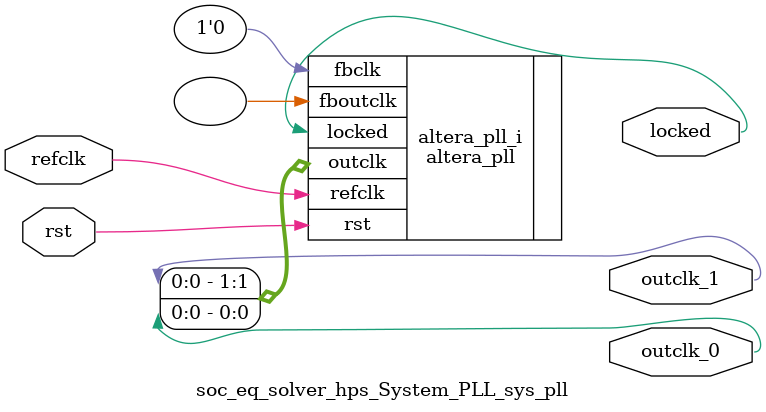
<source format=v>
`timescale 1ns/10ps
module  soc_eq_solver_hps_System_PLL_sys_pll(

	// interface 'refclk'
	input wire refclk,

	// interface 'reset'
	input wire rst,

	// interface 'outclk0'
	output wire outclk_0,

	// interface 'outclk1'
	output wire outclk_1,

	// interface 'locked'
	output wire locked
);

	altera_pll #(
		.fractional_vco_multiplier("false"),
		.reference_clock_frequency("50.0 MHz"),
		.operation_mode("direct"),
		.number_of_clocks(2),
		.output_clock_frequency0("100.000000 MHz"),
		.phase_shift0("0 ps"),
		.duty_cycle0(50),
		.output_clock_frequency1("100.000000 MHz"),
		.phase_shift1("-3000 ps"),
		.duty_cycle1(50),
		.output_clock_frequency2("0 MHz"),
		.phase_shift2("0 ps"),
		.duty_cycle2(50),
		.output_clock_frequency3("0 MHz"),
		.phase_shift3("0 ps"),
		.duty_cycle3(50),
		.output_clock_frequency4("0 MHz"),
		.phase_shift4("0 ps"),
		.duty_cycle4(50),
		.output_clock_frequency5("0 MHz"),
		.phase_shift5("0 ps"),
		.duty_cycle5(50),
		.output_clock_frequency6("0 MHz"),
		.phase_shift6("0 ps"),
		.duty_cycle6(50),
		.output_clock_frequency7("0 MHz"),
		.phase_shift7("0 ps"),
		.duty_cycle7(50),
		.output_clock_frequency8("0 MHz"),
		.phase_shift8("0 ps"),
		.duty_cycle8(50),
		.output_clock_frequency9("0 MHz"),
		.phase_shift9("0 ps"),
		.duty_cycle9(50),
		.output_clock_frequency10("0 MHz"),
		.phase_shift10("0 ps"),
		.duty_cycle10(50),
		.output_clock_frequency11("0 MHz"),
		.phase_shift11("0 ps"),
		.duty_cycle11(50),
		.output_clock_frequency12("0 MHz"),
		.phase_shift12("0 ps"),
		.duty_cycle12(50),
		.output_clock_frequency13("0 MHz"),
		.phase_shift13("0 ps"),
		.duty_cycle13(50),
		.output_clock_frequency14("0 MHz"),
		.phase_shift14("0 ps"),
		.duty_cycle14(50),
		.output_clock_frequency15("0 MHz"),
		.phase_shift15("0 ps"),
		.duty_cycle15(50),
		.output_clock_frequency16("0 MHz"),
		.phase_shift16("0 ps"),
		.duty_cycle16(50),
		.output_clock_frequency17("0 MHz"),
		.phase_shift17("0 ps"),
		.duty_cycle17(50),
		.pll_type("General"),
		.pll_subtype("General")
	) altera_pll_i (
		.rst	(rst),
		.outclk	({outclk_1, outclk_0}),
		.locked	(locked),
		.fboutclk	( ),
		.fbclk	(1'b0),
		.refclk	(refclk)
	);
endmodule


</source>
